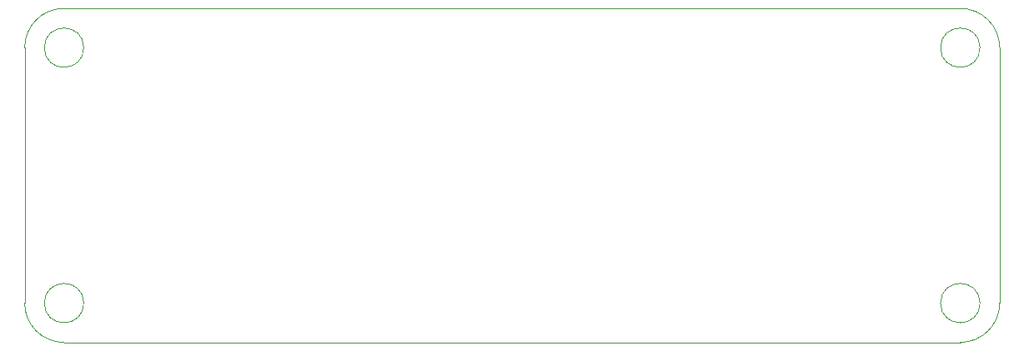
<source format=gm1>
G04 #@! TF.GenerationSoftware,KiCad,Pcbnew,(5.1.9)-1*
G04 #@! TF.CreationDate,2021-03-16T21:00:22+08:00*
G04 #@! TF.ProjectId,mcu,6d63752e-6b69-4636-9164-5f7063625858,v1.0*
G04 #@! TF.SameCoordinates,Original*
G04 #@! TF.FileFunction,Profile,NP*
%FSLAX46Y46*%
G04 Gerber Fmt 4.6, Leading zero omitted, Abs format (unit mm)*
G04 Created by KiCad (PCBNEW (5.1.9)-1) date 2021-03-16 21:00:22*
%MOMM*%
%LPD*%
G01*
G04 APERTURE LIST*
G04 #@! TA.AperFunction,Profile*
%ADD10C,0.050000*%
G04 #@! TD*
G04 APERTURE END LIST*
D10*
X122428000Y-67691000D02*
X123190000Y-67691000D01*
X37211000Y-67691000D02*
X38862000Y-67691000D01*
X126320800Y-67693600D02*
X123190000Y-67691000D01*
X37211000Y-67691000D02*
X35320800Y-67693600D01*
X38862000Y-67691000D02*
X38862000Y-67691000D01*
X128320800Y-71693600D02*
G75*
G03*
X128320800Y-71693600I-2000000J0D01*
G01*
X37320800Y-71693600D02*
G75*
G03*
X37320800Y-71693600I-2000000J0D01*
G01*
X37320800Y-97693600D02*
G75*
G03*
X37320800Y-97693600I-2000000J0D01*
G01*
X128320800Y-97693600D02*
G75*
G03*
X128320800Y-97693600I-2000000J0D01*
G01*
X130320800Y-71693600D02*
X130320800Y-97693600D01*
X130320800Y-71693600D02*
G75*
G03*
X126320800Y-67693600I-4000000J0D01*
G01*
X31320800Y-97693600D02*
G75*
G03*
X35320800Y-101693600I4000000J0D01*
G01*
X38862000Y-67691000D02*
X122428000Y-67691000D01*
X126320800Y-101693600D02*
G75*
G03*
X130320800Y-97693600I0J4000000D01*
G01*
X35320800Y-67693600D02*
G75*
G03*
X31320800Y-71693600I0J-4000000D01*
G01*
X35320800Y-101693600D02*
X126320800Y-101693600D01*
X31320800Y-71693600D02*
X31320800Y-97693600D01*
M02*

</source>
